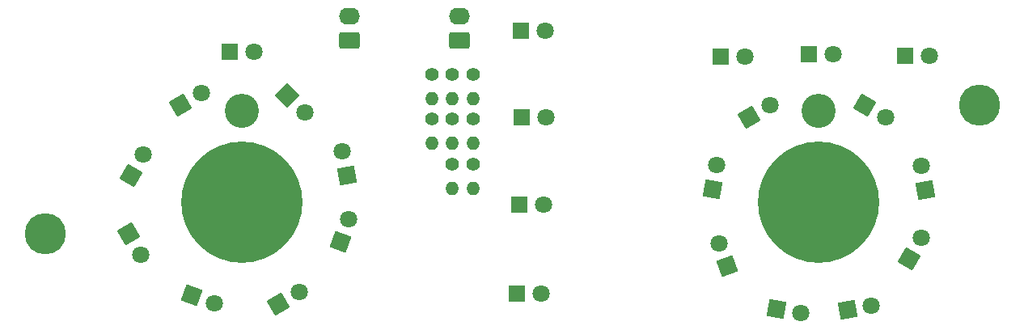
<source format=gbr>
%TF.GenerationSoftware,KiCad,Pcbnew,(6.0.7-1)-1*%
%TF.CreationDate,2023-11-12T08:24:24+10:00*%
%TF.ProjectId,HYD ISO Panel PCB V2,48594420-4953-44f2-9050-616e656c2050,rev?*%
%TF.SameCoordinates,Original*%
%TF.FileFunction,Soldermask,Top*%
%TF.FilePolarity,Negative*%
%FSLAX46Y46*%
G04 Gerber Fmt 4.6, Leading zero omitted, Abs format (unit mm)*
G04 Created by KiCad (PCBNEW (6.0.7-1)-1) date 2023-11-12 08:24:24*
%MOMM*%
%LPD*%
G01*
G04 APERTURE LIST*
G04 Aperture macros list*
%AMRoundRect*
0 Rectangle with rounded corners*
0 $1 Rounding radius*
0 $2 $3 $4 $5 $6 $7 $8 $9 X,Y pos of 4 corners*
0 Add a 4 corners polygon primitive as box body*
4,1,4,$2,$3,$4,$5,$6,$7,$8,$9,$2,$3,0*
0 Add four circle primitives for the rounded corners*
1,1,$1+$1,$2,$3*
1,1,$1+$1,$4,$5*
1,1,$1+$1,$6,$7*
1,1,$1+$1,$8,$9*
0 Add four rect primitives between the rounded corners*
20,1,$1+$1,$2,$3,$4,$5,0*
20,1,$1+$1,$4,$5,$6,$7,0*
20,1,$1+$1,$6,$7,$8,$9,0*
20,1,$1+$1,$8,$9,$2,$3,0*%
%AMRotRect*
0 Rectangle, with rotation*
0 The origin of the aperture is its center*
0 $1 length*
0 $2 width*
0 $3 Rotation angle, in degrees counterclockwise*
0 Add horizontal line*
21,1,$1,$2,0,0,$3*%
G04 Aperture macros list end*
%ADD10C,3.572000*%
%ADD11C,12.700000*%
%ADD12C,4.300000*%
%ADD13R,1.800000X1.800000*%
%ADD14C,1.800000*%
%ADD15RotRect,1.800000X1.800000X315.000000*%
%ADD16RotRect,1.800000X1.800000X100.000000*%
%ADD17RotRect,1.800000X1.800000X70.000000*%
%ADD18RotRect,1.800000X1.800000X30.000000*%
%ADD19RotRect,1.800000X1.800000X340.000000*%
%ADD20RotRect,1.800000X1.800000X300.000000*%
%ADD21RotRect,1.800000X1.800000X60.000000*%
%ADD22RotRect,1.800000X1.800000X330.000000*%
%ADD23RotRect,1.800000X1.800000X80.000000*%
%ADD24RotRect,1.800000X1.800000X110.000000*%
%ADD25RotRect,1.800000X1.800000X350.000000*%
%ADD26RotRect,1.800000X1.800000X10.000000*%
%ADD27RoundRect,0.250000X0.845000X-0.620000X0.845000X0.620000X-0.845000X0.620000X-0.845000X-0.620000X0*%
%ADD28O,2.190000X1.740000*%
%ADD29C,1.400000*%
%ADD30O,1.400000X1.400000*%
G04 APERTURE END LIST*
D10*
%TO.C,REF04*%
X91748600Y-74359800D03*
D11*
X91748600Y-83884800D03*
X91748600Y-83884800D03*
%TD*%
D10*
%TO.C,REF03*%
X152073600Y-74359800D03*
D11*
X152073600Y-83884800D03*
X152073600Y-83884800D03*
%TD*%
D12*
%TO.C,REF01*%
X71111100Y-87250300D03*
%TD*%
%TO.C,REF02*%
X168901100Y-73724800D03*
%TD*%
D13*
%TO.C,D1*%
X90425000Y-68150000D03*
D14*
X92965000Y-68150000D03*
%TD*%
D15*
%TO.C,D2*%
X96500000Y-72700000D03*
D14*
X98296051Y-74496051D03*
%TD*%
D16*
%TO.C,D3*%
X102700000Y-81100000D03*
D14*
X102258934Y-78598588D03*
%TD*%
D17*
%TO.C,D4*%
X102013900Y-88098100D03*
D14*
X102882631Y-85711281D03*
%TD*%
D18*
%TO.C,D5*%
X95500000Y-94600000D03*
D14*
X97699705Y-93330000D03*
%TD*%
D19*
%TO.C,D6*%
X86451900Y-93663900D03*
D14*
X88838719Y-94532631D03*
%TD*%
D20*
%TO.C,D7*%
X79862500Y-87245800D03*
D14*
X81132500Y-89445505D03*
%TD*%
D21*
%TO.C,D8*%
X80150000Y-81100000D03*
D14*
X81420000Y-78900295D03*
%TD*%
D18*
%TO.C,D9*%
X85250000Y-73750000D03*
D14*
X87449705Y-72480000D03*
%TD*%
D13*
%TO.C,D10*%
X120975000Y-65950000D03*
D14*
X123515000Y-65950000D03*
%TD*%
D13*
%TO.C,D11*%
X121025000Y-75000000D03*
D14*
X123565000Y-75000000D03*
%TD*%
D13*
%TO.C,D12*%
X120750000Y-84200000D03*
D14*
X123290000Y-84200000D03*
%TD*%
D13*
%TO.C,D13*%
X120550000Y-93450000D03*
D14*
X123090000Y-93450000D03*
%TD*%
D13*
%TO.C,D14*%
X141825000Y-68650000D03*
D14*
X144365000Y-68650000D03*
%TD*%
D13*
%TO.C,D15*%
X151050000Y-68402000D03*
D14*
X153590000Y-68402000D03*
%TD*%
D13*
%TO.C,D16*%
X161126000Y-68554400D03*
D14*
X163666000Y-68554400D03*
%TD*%
D18*
%TO.C,D17*%
X144845800Y-75037500D03*
D14*
X147045505Y-73767500D03*
%TD*%
D22*
%TO.C,D18*%
X156945800Y-73762500D03*
D14*
X159145505Y-75032500D03*
%TD*%
D23*
%TO.C,D24*%
X140978600Y-82555600D03*
D14*
X141419666Y-80054188D03*
%TD*%
D16*
%TO.C,D19*%
X163300000Y-82650000D03*
D14*
X162858934Y-80148588D03*
%TD*%
D24*
%TO.C,D23*%
X142533200Y-90600000D03*
D14*
X141664469Y-88213181D03*
%TD*%
D21*
%TO.C,D20*%
X161612500Y-89854200D03*
D14*
X162882500Y-87654495D03*
%TD*%
D25*
%TO.C,D22*%
X147725000Y-95100000D03*
D14*
X150226412Y-95541066D03*
%TD*%
D26*
%TO.C,D21*%
X155125000Y-95200000D03*
D14*
X157626412Y-94758934D03*
%TD*%
D27*
%TO.C,J1*%
X103019000Y-67004000D03*
D28*
X103019000Y-64464000D03*
%TD*%
D27*
%TO.C,J2*%
X114525000Y-67004000D03*
D28*
X114525000Y-64464000D03*
%TD*%
D29*
%TO.C,R1*%
X115900000Y-70580000D03*
D30*
X115900000Y-73120000D03*
%TD*%
D29*
%TO.C,R5*%
X115900000Y-79900000D03*
D30*
X115900000Y-82440000D03*
%TD*%
D29*
%TO.C,R6*%
X115900000Y-75230000D03*
D30*
X115900000Y-77770000D03*
%TD*%
D29*
%TO.C,R2*%
X113750000Y-79900000D03*
D30*
X113750000Y-82440000D03*
%TD*%
D29*
%TO.C,R3*%
X111600000Y-70580000D03*
D30*
X111600000Y-73120000D03*
%TD*%
D29*
%TO.C,R8*%
X113750000Y-75230000D03*
D30*
X113750000Y-77770000D03*
%TD*%
D29*
%TO.C,R4*%
X111600000Y-75230000D03*
D30*
X111600000Y-77770000D03*
%TD*%
D29*
%TO.C,R7*%
X113750000Y-70580000D03*
D30*
X113750000Y-73120000D03*
%TD*%
M02*

</source>
